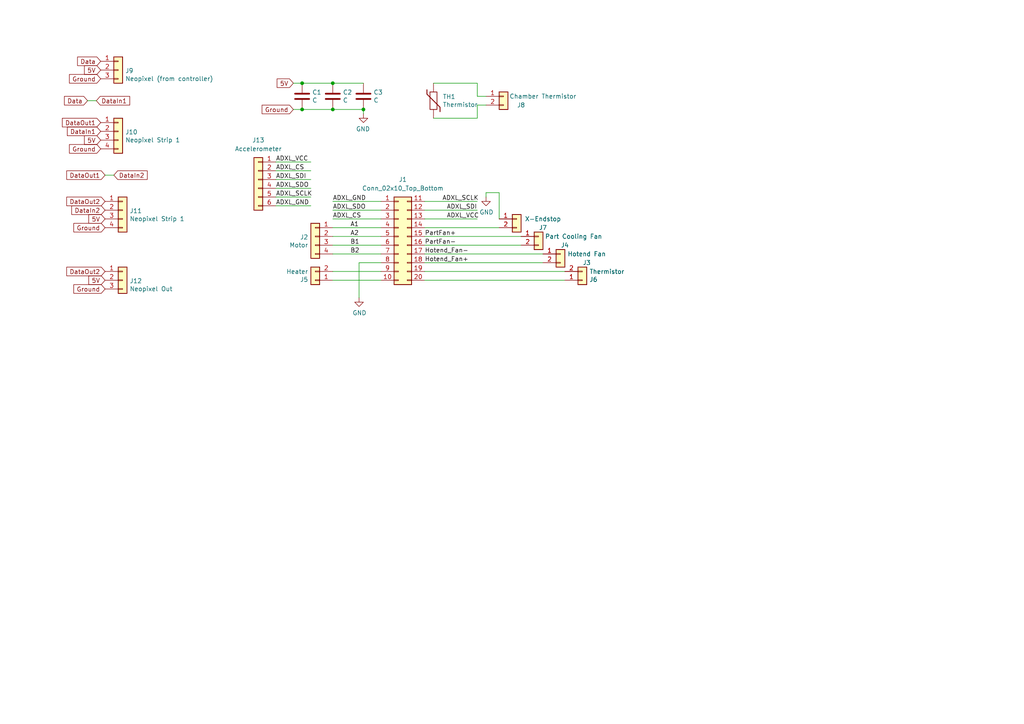
<source format=kicad_sch>
(kicad_sch (version 20211123) (generator eeschema)
  (paper "A4")
  (lib_symbols
    (symbol "Connector_Generic:Conn_01x02" (pin_names (offset 1.016) hide)
      (property "Reference" "J" (at 0 2.54 0))
      (property "Value" "Conn_01x02" (at 0 -5.08 0))
      (symbol "Conn_01x02_1_1"
        (rectangle (start -1.27 -2.413) (end 0 -2.667) (stroke (width 0.1524)))
        (rectangle (start -1.27 0.127) (end 0 -0.127) (stroke (width 0.1524)))
        (rectangle (start -1.27 1.27) (end 1.27 -3.81) (stroke (width 0.254)) (fill (type background)))
        (pin passive line (at -5.08 0 0) (length 3.81) (name "Pin_1") (number "1"))
        (pin passive line (at -5.08 -2.54 0) (length 3.81) (name "Pin_2") (number "2"))
      )
    )
    (symbol "Connector_Generic:Conn_01x03" (pin_names (offset 1.016) hide)
      (property "Reference" "J" (at 0 5.08 0))
      (property "Value" "Conn_01x03" (at 0 -5.08 0))
      (symbol "Conn_01x03_1_1"
        (rectangle (start -1.27 -2.413) (end 0 -2.667) (stroke (width 0.1524)))
        (rectangle (start -1.27 0.127) (end 0 -0.127) (stroke (width 0.1524)))
        (rectangle (start -1.27 2.667) (end 0 2.413) (stroke (width 0.1524)))
        (rectangle (start -1.27 3.81) (end 1.27 -3.81) (stroke (width 0.254)) (fill (type background)))
        (pin passive line (at -5.08 2.54 0) (length 3.81) (name "Pin_1") (number "1"))
        (pin passive line (at -5.08 0 0) (length 3.81) (name "Pin_2") (number "2"))
        (pin passive line (at -5.08 -2.54 0) (length 3.81) (name "Pin_3") (number "3"))
      )
    )
    (symbol "Connector_Generic:Conn_01x04" (pin_names (offset 1.016) hide)
      (property "Reference" "J" (at 0 5.08 0))
      (property "Value" "Conn_01x04" (at 0 -7.62 0))
      (symbol "Conn_01x04_1_1"
        (rectangle (start -1.27 -4.953) (end 0 -5.207) (stroke (width 0.1524)))
        (rectangle (start -1.27 -2.413) (end 0 -2.667) (stroke (width 0.1524)))
        (rectangle (start -1.27 0.127) (end 0 -0.127) (stroke (width 0.1524)))
        (rectangle (start -1.27 2.667) (end 0 2.413) (stroke (width 0.1524)))
        (rectangle (start -1.27 3.81) (end 1.27 -6.35) (stroke (width 0.254)) (fill (type background)))
        (pin passive line (at -5.08 2.54 0) (length 3.81) (name "Pin_1") (number "1"))
        (pin passive line (at -5.08 0 0) (length 3.81) (name "Pin_2") (number "2"))
        (pin passive line (at -5.08 -2.54 0) (length 3.81) (name "Pin_3") (number "3"))
        (pin passive line (at -5.08 -5.08 0) (length 3.81) (name "Pin_4") (number "4"))
      )
    )
    (symbol "Connector_Generic:Conn_01x06" (pin_names (offset 1.016) hide)
      (property "Reference" "J" (at 0 7.62 0))
      (property "Value" "Conn_01x06" (at 0 -10.16 0))
      (symbol "Conn_01x06_1_1"
        (rectangle (start -1.27 -7.493) (end 0 -7.747) (stroke (width 0.1524)))
        (rectangle (start -1.27 -4.953) (end 0 -5.207) (stroke (width 0.1524)))
        (rectangle (start -1.27 -2.413) (end 0 -2.667) (stroke (width 0.1524)))
        (rectangle (start -1.27 0.127) (end 0 -0.127) (stroke (width 0.1524)))
        (rectangle (start -1.27 2.667) (end 0 2.413) (stroke (width 0.1524)))
        (rectangle (start -1.27 5.207) (end 0 4.953) (stroke (width 0.1524)))
        (rectangle (start -1.27 6.35) (end 1.27 -8.89) (stroke (width 0.254)) (fill (type background)))
        (pin passive line (at -5.08 5.08 0) (length 3.81) (name "Pin_1") (number "1"))
        (pin passive line (at -5.08 2.54 0) (length 3.81) (name "Pin_2") (number "2"))
        (pin passive line (at -5.08 0 0) (length 3.81) (name "Pin_3") (number "3"))
        (pin passive line (at -5.08 -2.54 0) (length 3.81) (name "Pin_4") (number "4"))
        (pin passive line (at -5.08 -5.08 0) (length 3.81) (name "Pin_5") (number "5"))
        (pin passive line (at -5.08 -7.62 0) (length 3.81) (name "Pin_6") (number "6"))
      )
    )
    (symbol "Connector_Generic:Conn_02x10_Top_Bottom" (pin_names (offset 1.016) hide)
      (property "Reference" "J" (at 1.27 12.7 0))
      (property "Value" "Conn_02x10_Top_Bottom" (at 1.27 -15.24 0))
      (symbol "Conn_02x10_Top_Bottom_1_1"
        (rectangle (start -1.27 -12.573) (end 0 -12.827) (stroke (width 0.1524)))
        (rectangle (start -1.27 -10.033) (end 0 -10.287) (stroke (width 0.1524)))
        (rectangle (start -1.27 -7.493) (end 0 -7.747) (stroke (width 0.1524)))
        (rectangle (start -1.27 -4.953) (end 0 -5.207) (stroke (width 0.1524)))
        (rectangle (start -1.27 -2.413) (end 0 -2.667) (stroke (width 0.1524)))
        (rectangle (start -1.27 0.127) (end 0 -0.127) (stroke (width 0.1524)))
        (rectangle (start -1.27 2.667) (end 0 2.413) (stroke (width 0.1524)))
        (rectangle (start -1.27 5.207) (end 0 4.953) (stroke (width 0.1524)))
        (rectangle (start -1.27 7.747) (end 0 7.493) (stroke (width 0.1524)))
        (rectangle (start -1.27 10.287) (end 0 10.033) (stroke (width 0.1524)))
        (rectangle (start -1.27 11.43) (end 3.81 -13.97) (stroke (width 0.254)) (fill (type background)))
        (rectangle (start 3.81 -12.573) (end 2.54 -12.827) (stroke (width 0.1524)))
        (rectangle (start 3.81 -10.033) (end 2.54 -10.287) (stroke (width 0.1524)))
        (rectangle (start 3.81 -7.493) (end 2.54 -7.747) (stroke (width 0.1524)))
        (rectangle (start 3.81 -4.953) (end 2.54 -5.207) (stroke (width 0.1524)))
        (rectangle (start 3.81 -2.413) (end 2.54 -2.667) (stroke (width 0.1524)))
        (rectangle (start 3.81 0.127) (end 2.54 -0.127) (stroke (width 0.1524)))
        (rectangle (start 3.81 2.667) (end 2.54 2.413) (stroke (width 0.1524)))
        (rectangle (start 3.81 5.207) (end 2.54 4.953) (stroke (width 0.1524)))
        (rectangle (start 3.81 7.747) (end 2.54 7.493) (stroke (width 0.1524)))
        (rectangle (start 3.81 10.287) (end 2.54 10.033) (stroke (width 0.1524)))
        (pin passive line (at -5.08 10.16 0) (length 3.81) (name "Pin_1") (number "1"))
        (pin passive line (at -5.08 -12.7 0) (length 3.81) (name "Pin_10") (number "10"))
        (pin passive line (at 7.62 10.16 180) (length 3.81) (name "Pin_11") (number "11"))
        (pin passive line (at 7.62 7.62 180) (length 3.81) (name "Pin_12") (number "12"))
        (pin passive line (at 7.62 5.08 180) (length 3.81) (name "Pin_13") (number "13"))
        (pin passive line (at 7.62 2.54 180) (length 3.81) (name "Pin_14") (number "14"))
        (pin passive line (at 7.62 0 180) (length 3.81) (name "Pin_15") (number "15"))
        (pin passive line (at 7.62 -2.54 180) (length 3.81) (name "Pin_16") (number "16"))
        (pin passive line (at 7.62 -5.08 180) (length 3.81) (name "Pin_17") (number "17"))
        (pin passive line (at 7.62 -7.62 180) (length 3.81) (name "Pin_18") (number "18"))
        (pin passive line (at 7.62 -10.16 180) (length 3.81) (name "Pin_19") (number "19"))
        (pin passive line (at -5.08 7.62 0) (length 3.81) (name "Pin_2") (number "2"))
        (pin passive line (at 7.62 -12.7 180) (length 3.81) (name "Pin_20") (number "20"))
        (pin passive line (at -5.08 5.08 0) (length 3.81) (name "Pin_3") (number "3"))
        (pin passive line (at -5.08 2.54 0) (length 3.81) (name "Pin_4") (number "4"))
        (pin passive line (at -5.08 0 0) (length 3.81) (name "Pin_5") (number "5"))
        (pin passive line (at -5.08 -2.54 0) (length 3.81) (name "Pin_6") (number "6"))
        (pin passive line (at -5.08 -5.08 0) (length 3.81) (name "Pin_7") (number "7"))
        (pin passive line (at -5.08 -7.62 0) (length 3.81) (name "Pin_8") (number "8"))
        (pin passive line (at -5.08 -10.16 0) (length 3.81) (name "Pin_9") (number "9"))
      )
    )
    (symbol "Device:C" (pin_numbers hide) (pin_names (offset 0.254))
      (property "Reference" "C" (at 0.635 2.54 0))
      (property "Value" "C" (at 0.635 -2.54 0))
      (symbol "C_0_1"
        (polyline (pts (xy -2.032 -0.762) (xy 2.032 -0.762)) (stroke (width 0.508)))
        (polyline (pts (xy -2.032 0.762) (xy 2.032 0.762)) (stroke (width 0.508)))
      )
      (symbol "C_1_1"
        (pin passive line (at 0 3.81 270) (length 2.794) (name "~") (number "1"))
        (pin passive line (at 0 -3.81 90) (length 2.794) (name "~") (number "2"))
      )
    )
    (symbol "Device:Thermistor" (pin_numbers hide) (pin_names (offset 0))
      (property "Reference" "TH" (at 2.54 1.27 90))
      (property "Value" "Thermistor" (at -2.54 0 90))
      (symbol "Thermistor_0_1"
        (rectangle (start -1.016 2.54) (end 1.016 -2.54) (stroke (width 0.2032)))
        (polyline (pts (xy -1.905 3.175) (xy -1.905 1.905) (xy 1.905 -1.905) (xy 1.905 -3.175) (xy 1.905 -3.175)) (stroke (width 0.254)))
      )
      (symbol "Thermistor_1_1"
        (pin passive line (at 0 5.08 270) (length 2.54) (name "~") (number "1"))
        (pin passive line (at 0 -5.08 90) (length 2.54) (name "~") (number "2"))
      )
    )
    (symbol "power:GND" (power) (pin_names (offset 0))
      (property "Value" "GND" (at 0 -3.81 0))
      (symbol "GND_0_1"
        (polyline (pts (xy 0 0) (xy 0 -1.27) (xy 1.27 -1.27) (xy 0 -2.54) (xy -1.27 -1.27) (xy 0 -1.27)))
      )
      (symbol "GND_1_1"
        (pin power_in line (at 0 0 270) (length 0) hide (name "GND") (number "1"))
      )
    )
  )
  (junction (at 96.52 24.13))
  (junction (at 96.52 31.75))
  (junction (at 87.63 24.13))
  (junction (at 105.41 31.75))
  (junction (at 87.63 31.75))
  (wire (pts (xy 138.43 24.13) (xy 138.43 27.94)))
  (wire (pts (xy 151.13 68.58) (xy 123.19 68.58)))
  (wire (pts (xy 96.52 81.28) (xy 110.49 81.28)))
  (wire (pts (xy 110.49 66.04) (xy 96.52 66.04)))
  (wire (pts (xy 33.02 50.8) (xy 30.48 50.8)))
  (wire (pts (xy 123.19 60.96) (xy 138.43 60.96)))
  (wire (pts (xy 96.52 73.66) (xy 110.49 73.66)))
  (wire (pts (xy 80.01 52.07) (xy 90.17 52.07)))
  (wire (pts (xy 87.63 24.13) (xy 85.09 24.13)))
  (wire (pts (xy 140.97 55.88) (xy 140.97 57.15)))
  (wire (pts (xy 80.01 49.53) (xy 90.17 49.53)))
  (wire (pts (xy 27.94 29.21) (xy 25.4 29.21)))
  (wire (pts (xy 105.41 31.75) (xy 105.41 33.02)))
  (wire (pts (xy 80.01 57.15) (xy 90.17 57.15)))
  (wire (pts (xy 138.43 34.29) (xy 125.73 34.29)))
  (wire (pts (xy 80.01 46.99) (xy 90.17 46.99)))
  (wire (pts (xy 140.97 27.94) (xy 138.43 27.94)))
  (wire (pts (xy 96.52 63.5) (xy 110.49 63.5)))
  (wire (pts (xy 138.43 24.13) (xy 125.73 24.13)))
  (wire (pts (xy 80.01 59.69) (xy 90.17 59.69)))
  (wire (pts (xy 138.43 30.48) (xy 138.43 34.29)))
  (wire (pts (xy 96.52 31.75) (xy 87.63 31.75)))
  (wire (pts (xy 157.48 73.66) (xy 123.19 73.66)))
  (wire (pts (xy 110.49 76.2) (xy 104.14 76.2)))
  (wire (pts (xy 144.78 55.88) (xy 140.97 55.88)))
  (wire (pts (xy 105.41 24.13) (xy 96.52 24.13)))
  (wire (pts (xy 96.52 68.58) (xy 110.49 68.58)))
  (wire (pts (xy 140.97 30.48) (xy 138.43 30.48)))
  (wire (pts (xy 123.19 71.12) (xy 151.13 71.12)))
  (wire (pts (xy 105.41 31.75) (xy 96.52 31.75)))
  (wire (pts (xy 163.83 78.74) (xy 123.19 78.74)))
  (wire (pts (xy 123.19 81.28) (xy 163.83 81.28)))
  (wire (pts (xy 110.49 78.74) (xy 96.52 78.74)))
  (wire (pts (xy 80.01 54.61) (xy 90.17 54.61)))
  (wire (pts (xy 87.63 31.75) (xy 85.09 31.75)))
  (wire (pts (xy 96.52 60.96) (xy 110.49 60.96)))
  (wire (pts (xy 123.19 58.42) (xy 138.43 58.42)))
  (wire (pts (xy 123.19 66.04) (xy 144.78 66.04)))
  (wire (pts (xy 104.14 76.2) (xy 104.14 86.36)))
  (wire (pts (xy 123.19 63.5) (xy 138.43 63.5)))
  (wire (pts (xy 96.52 58.42) (xy 110.49 58.42)))
  (wire (pts (xy 123.19 76.2) (xy 157.48 76.2)))
  (wire (pts (xy 144.78 63.5) (xy 144.78 55.88)))
  (wire (pts (xy 96.52 24.13) (xy 87.63 24.13)))
  (wire (pts (xy 110.49 71.12) (xy 96.52 71.12)))
  (label "Hotend_Fan-" (at 123.19 73.66 0))
  (label "ADXL_CS" (at 80.01 49.53 0))
  (label "ADXL_CS" (at 96.52 63.5 0))
  (label "ADXL_SCLK" (at 80.01 57.15 0))
  (label "ADXL_GND" (at 80.01 59.69 0))
  (label "ADXL_SDO" (at 96.52 60.96 0))
  (label "ADXL_SCLK" (at 128.27 58.42 0))
  (label "B1" (at 101.6 71.12 0))
  (label "PartFan+" (at 123.19 68.58 0))
  (label "B2" (at 101.6 73.66 0))
  (label "ADXL_SDO" (at 80.01 54.61 0))
  (label "PartFan-" (at 123.19 71.12 0))
  (label "A2" (at 101.6 68.58 0))
  (label "ADXL_VCC" (at 80.01 46.99 0))
  (label "ADXL_GND" (at 96.52 58.42 0))
  (label "ADXL_SDI" (at 129.54 60.96 0))
  (label "A1" (at 101.6 66.04 0))
  (label "ADXL_SDI" (at 80.01 52.07 0))
  (label "ADXL_VCC" (at 129.54 63.5 0))
  (label "Hotend_Fan+" (at 123.19 76.2 0))
  (global_label "Data" (shape input) (at 25.4 29.21 180) (property "Intersheet References" "${INTERSHEET_REFS}" (effects hide)))
  (global_label "Data" (shape input) (at 29.21 17.78 180) (property "Intersheet References" "${INTERSHEET_REFS}" (effects hide)))
  (global_label "DataOut2" (shape input) (at 30.48 78.74 180) (property "Intersheet References" "${INTERSHEET_REFS}" (effects hide)))
  (global_label "Ground" (shape input) (at 85.09 31.75 180) (property "Intersheet References" "${INTERSHEET_REFS}" (effects hide)))
  (global_label "5V" (shape input) (at 30.48 63.5 180) (property "Intersheet References" "${INTERSHEET_REFS}" (effects hide)))
  (global_label "DataIn1" (shape input) (at 27.94 29.21 0) (property "Intersheet References" "${INTERSHEET_REFS}" (effects hide)))
  (global_label "5V" (shape input) (at 29.21 40.64 180) (property "Intersheet References" "${INTERSHEET_REFS}" (effects hide)))
  (global_label "5V" (shape input) (at 30.48 81.28 180) (property "Intersheet References" "${INTERSHEET_REFS}" (effects hide)))
  (global_label "DataOut2" (shape input) (at 30.48 58.42 180) (property "Intersheet References" "${INTERSHEET_REFS}" (effects hide)))
  (global_label "DataIn1" (shape input) (at 29.21 38.1 180) (property "Intersheet References" "${INTERSHEET_REFS}" (effects hide)))
  (global_label "5V" (shape input) (at 29.21 20.32 180) (property "Intersheet References" "${INTERSHEET_REFS}" (effects hide)))
  (global_label "Ground" (shape input) (at 30.48 66.04 180) (property "Intersheet References" "${INTERSHEET_REFS}" (effects hide)))
  (global_label "DataOut1" (shape input) (at 29.21 35.56 180) (property "Intersheet References" "${INTERSHEET_REFS}" (effects hide)))
  (global_label "DataIn2" (shape input) (at 33.02 50.8 0) (property "Intersheet References" "${INTERSHEET_REFS}" (effects hide)))
  (global_label "Ground" (shape input) (at 29.21 43.18 180) (property "Intersheet References" "${INTERSHEET_REFS}" (effects hide)))
  (global_label "DataOut1" (shape input) (at 30.48 50.8 180) (property "Intersheet References" "${INTERSHEET_REFS}" (effects hide)))
  (global_label "DataIn2" (shape input) (at 30.48 60.96 180) (property "Intersheet References" "${INTERSHEET_REFS}" (effects hide)))
  (global_label "Ground" (shape input) (at 30.48 83.82 180) (property "Intersheet References" "${INTERSHEET_REFS}" (effects hide)))
  (global_label "Ground" (shape input) (at 29.21 22.86 180) (property "Intersheet References" "${INTERSHEET_REFS}" (effects hide)))
  (global_label "5V" (shape input) (at 85.09 24.13 180) (property "Intersheet References" "${INTERSHEET_REFS}" (effects hide)))
  (symbol (lib_id "Device:Thermistor") (at 125.73 29.21 0) (unit 1)
    (property "Reference" "TH1" (at 128.397 28.0416 0) (effects (justify left)))
    (property "Value" "Thermistor" (at 128.397 30.353 0) (effects (justify left)))
    (property "Footprint" "Resistor_SMD:R_0805_2012Metric_Pad1.20x1.40mm_HandSolder" (effects hide))
  )
  (symbol (lib_id "Connector_Generic:Conn_01x04") (at 91.44 68.58 0) (mirror y) (unit 1)
    (property "Reference" "J2" (at 89.408 68.7832 0) (effects (justify left)))
    (property "Value" "Motor" (at 89.408 71.0946 0) (effects (justify left)))
    (property "Footprint" "Connector_JST:JST_XH_B4B-XH-A_1x04_P2.50mm_Vertical" (effects hide))
  )
  (symbol (lib_id "Connector_Generic:Conn_01x02") (at 162.56 73.66 0) (unit 1)
    (property "Reference" "J3" (at 170.18 76.2 0))
    (property "Value" "Hotend Fan" (at 170.18 73.66 0))
    (property "Footprint" "Connector_JST:JST_XH_B2B-XH-A_1x02_P2.50mm_Vertical" (effects hide))
  )
  (symbol (lib_id "Connector_Generic:Conn_01x02") (at 156.21 68.58 0) (unit 1)
    (property "Reference" "J4" (at 163.83 71.12 0))
    (property "Value" "Part Cooling Fan" (at 166.37 68.58 0))
    (property "Footprint" "Connector_JST:JST_XH_B2B-XH-A_1x02_P2.50mm_Vertical" (effects hide))
  )
  (symbol (lib_id "Connector_Generic:Conn_01x02") (at 91.44 81.28 180) (unit 1)
    (property "Reference" "J5" (at 89.408 81.0768 0) (effects (justify left)))
    (property "Value" "Heater" (at 89.408 78.7654 0) (effects (justify left)))
    (property "Footprint" "TerminalBlock_Phoenix:TerminalBlock_Phoenix_MKDS-1,5-2-5.08_1x02_P5.08mm_Horizontal" (effects hide))
  )
  (symbol (lib_id "Connector_Generic:Conn_01x02") (at 168.91 81.28 0) (mirror x) (unit 1)
    (property "Reference" "J6" (at 170.942 81.0768 0) (effects (justify left)))
    (property "Value" "Thermistor" (at 170.942 78.7654 0) (effects (justify left)))
    (property "Footprint" "Connector_JST:JST_XH_B2B-XH-A_1x02_P2.50mm_Vertical" (effects hide))
  )
  (symbol (lib_id "Connector_Generic:Conn_01x02") (at 149.86 63.5 0) (unit 1)
    (property "Reference" "J7" (at 157.48 66.04 0))
    (property "Value" "X-Endstop" (at 157.48 63.5 0))
    (property "Footprint" "Connector_JST:JST_XH_B2B-XH-A_1x02_P2.50mm_Vertical" (effects hide))
  )
  (symbol (lib_id "Connector_Generic:Conn_01x02") (at 146.05 27.94 0) (unit 1)
    (property "Reference" "J8" (at 151.13 30.48 0))
    (property "Value" "Chamber Thermistor" (at 157.48 27.94 0))
    (property "Footprint" "Connector_JST:JST_XH_B2B-XH-A_1x02_P2.50mm_Vertical" (effects hide))
  )
  (symbol (lib_id "power:GND") (at 104.14 86.36 0) (unit 1)
    (property "Reference" "#PWR0101" (effects hide))
    (property "Value" "GND" (at 104.267 90.7542 0))
  )
  (symbol (lib_id "power:GND") (at 140.97 57.15 0) (unit 1)
    (property "Reference" "#PWR0102" (effects hide))
    (property "Value" "GND" (at 141.097 61.5442 0))
  )
  (symbol (lib_id "Connector_Generic:Conn_01x03") (at 34.29 20.32 0) (unit 1)
    (property "Reference" "J9" (at 36.322 20.5232 0) (effects (justify left)))
    (property "Value" "Neopixel (from controller)" (at 36.322 22.8346 0) (effects (justify left)))
    (property "Footprint" "Connector_JST:JST_XH_B3B-XH-A_1x03_P2.50mm_Vertical" (effects hide))
  )
  (symbol (lib_id "Connector_Generic:Conn_01x04") (at 34.29 38.1 0) (unit 1)
    (property "Reference" "J10" (at 36.322 38.3032 0) (effects (justify left)))
    (property "Value" "Neopixel Strip 1" (at 36.322 40.6146 0) (effects (justify left)))
    (property "Footprint" "Connector_JST:JST_XH_B4B-XH-A_1x04_P2.50mm_Vertical" (effects hide))
  )
  (symbol (lib_id "Connector_Generic:Conn_01x04") (at 35.56 60.96 0) (unit 1)
    (property "Reference" "J11" (at 37.592 61.1632 0) (effects (justify left)))
    (property "Value" "Neopixel Strip 1" (at 37.592 63.4746 0) (effects (justify left)))
    (property "Footprint" "Connector_JST:JST_XH_B4B-XH-A_1x04_P2.50mm_Vertical" (effects hide))
  )
  (symbol (lib_id "power:GND") (at 105.41 33.02 0) (mirror y) (unit 1)
    (property "Reference" "#PWR0103" (effects hide))
    (property "Value" "GND" (at 105.283 37.4142 0))
  )
  (symbol (lib_id "Device:C") (at 87.63 27.94 0) (unit 1)
    (property "Reference" "C1" (at 90.551 26.7716 0) (effects (justify left)))
    (property "Value" "C" (at 90.551 29.083 0) (effects (justify left)))
    (property "Footprint" "Capacitor_SMD:C_0805_2012Metric_Pad1.18x1.45mm_HandSolder" (effects hide))
  )
  (symbol (lib_id "Device:C") (at 96.52 27.94 0) (unit 1)
    (property "Reference" "C2" (at 99.441 26.7716 0) (effects (justify left)))
    (property "Value" "C" (at 99.441 29.083 0) (effects (justify left)))
    (property "Footprint" "Capacitor_SMD:C_0805_2012Metric_Pad1.18x1.45mm_HandSolder" (effects hide))
  )
  (symbol (lib_id "Device:C") (at 105.41 27.94 0) (unit 1)
    (property "Reference" "C3" (at 108.331 26.7716 0) (effects (justify left)))
    (property "Value" "C" (at 108.331 29.083 0) (effects (justify left)))
    (property "Footprint" "Capacitor_SMD:C_0805_2012Metric_Pad1.18x1.45mm_HandSolder" (effects hide))
  )
  (symbol (lib_id "Connector_Generic:Conn_01x03") (at 35.56 81.28 0) (unit 1)
    (property "Reference" "J12" (at 37.592 81.4832 0) (effects (justify left)))
    (property "Value" "Neopixel Out" (at 37.592 83.7946 0) (effects (justify left)))
    (property "Footprint" "Connector_JST:JST_XH_B3B-XH-A_1x03_P2.50mm_Vertical" (effects hide))
  )
  (symbol (lib_id "Connector_Generic:Conn_01x06") (at 74.93 52.07 0) (mirror y) (unit 1)
    (property "Reference" "J13" (at 74.93 40.64 0))
    (property "Value" "Accelerometer" (at 74.93 43.18 0))
    (property "Footprint" "Connector_JST:JST_XH_B6B-XH-A_1x06_P2.50mm_Vertical" (effects hide))
  )
  (symbol (lib_id "Connector_Generic:Conn_02x10_Top_Bottom") (at 115.57 68.58 0) (unit 1)
    (property "Reference" "J1" (at 116.84 52.07 0))
    (property "Value" "Conn_02x10_Top_Bottom" (at 116.84 54.61 0))
    (property "Footprint" "Connector_Molex:Molex_Micro-Fit_3.0_43045-2012_2x10_P3.00mm_Vertical" (effects hide))
  )
)
</source>
